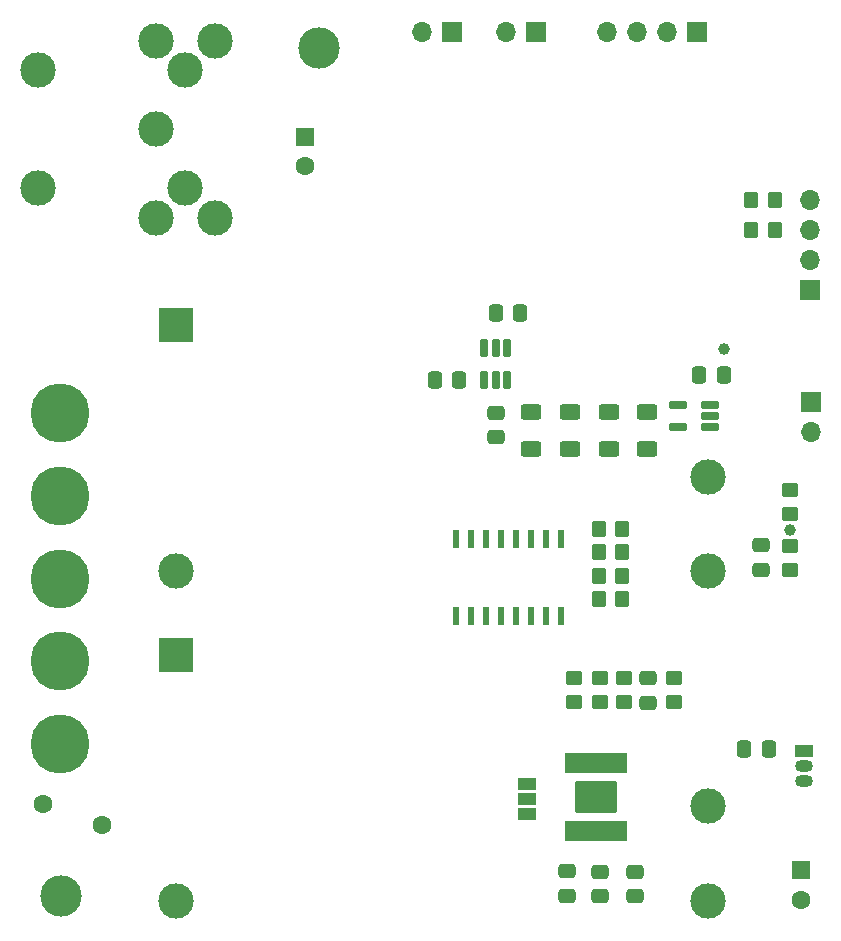
<source format=gbr>
%TF.GenerationSoftware,KiCad,Pcbnew,7.0.11-7.0.11~ubuntu22.04.1*%
%TF.CreationDate,2025-01-31T21:43:45-05:00*%
%TF.ProjectId,C64UltimatePSU,43363455-6c74-4696-9d61-74655053552e,rev?*%
%TF.SameCoordinates,Original*%
%TF.FileFunction,Soldermask,Bot*%
%TF.FilePolarity,Negative*%
%FSLAX46Y46*%
G04 Gerber Fmt 4.6, Leading zero omitted, Abs format (unit mm)*
G04 Created by KiCad (PCBNEW 7.0.11-7.0.11~ubuntu22.04.1) date 2025-01-31 21:43:45*
%MOMM*%
%LPD*%
G01*
G04 APERTURE LIST*
G04 Aperture macros list*
%AMRoundRect*
0 Rectangle with rounded corners*
0 $1 Rounding radius*
0 $2 $3 $4 $5 $6 $7 $8 $9 X,Y pos of 4 corners*
0 Add a 4 corners polygon primitive as box body*
4,1,4,$2,$3,$4,$5,$6,$7,$8,$9,$2,$3,0*
0 Add four circle primitives for the rounded corners*
1,1,$1+$1,$2,$3*
1,1,$1+$1,$4,$5*
1,1,$1+$1,$6,$7*
1,1,$1+$1,$8,$9*
0 Add four rect primitives between the rounded corners*
20,1,$1+$1,$2,$3,$4,$5,0*
20,1,$1+$1,$4,$5,$6,$7,0*
20,1,$1+$1,$6,$7,$8,$9,0*
20,1,$1+$1,$8,$9,$2,$3,0*%
G04 Aperture macros list end*
%ADD10RoundRect,0.137500X-0.137500X0.662500X-0.137500X-0.662500X0.137500X-0.662500X0.137500X0.662500X0*%
%ADD11R,1.600000X1.600000*%
%ADD12C,1.600000*%
%ADD13R,1.700000X1.700000*%
%ADD14O,1.700000X1.700000*%
%ADD15C,5.000000*%
%ADD16R,3.000000X3.000000*%
%ADD17C,3.000000*%
%ADD18C,3.500000*%
%ADD19R,1.500000X1.050000*%
%ADD20O,1.500000X1.050000*%
%ADD21RoundRect,0.250000X0.450000X-0.350000X0.450000X0.350000X-0.450000X0.350000X-0.450000X-0.350000X0*%
%ADD22RoundRect,0.250000X0.350000X0.450000X-0.350000X0.450000X-0.350000X-0.450000X0.350000X-0.450000X0*%
%ADD23RoundRect,0.250000X-0.475000X0.337500X-0.475000X-0.337500X0.475000X-0.337500X0.475000X0.337500X0*%
%ADD24RoundRect,0.250000X-0.450000X0.350000X-0.450000X-0.350000X0.450000X-0.350000X0.450000X0.350000X0*%
%ADD25RoundRect,0.250000X-0.337500X-0.475000X0.337500X-0.475000X0.337500X0.475000X-0.337500X0.475000X0*%
%ADD26RoundRect,0.250000X0.475000X-0.337500X0.475000X0.337500X-0.475000X0.337500X-0.475000X-0.337500X0*%
%ADD27RoundRect,0.162500X-0.162500X0.617500X-0.162500X-0.617500X0.162500X-0.617500X0.162500X0.617500X0*%
%ADD28RoundRect,0.250000X0.625000X-0.400000X0.625000X0.400000X-0.625000X0.400000X-0.625000X-0.400000X0*%
%ADD29RoundRect,0.076750X-0.230250X0.810250X-0.230250X-0.810250X0.230250X-0.810250X0.230250X0.810250X0*%
%ADD30RoundRect,0.102000X-1.700000X1.240000X-1.700000X-1.240000X1.700000X-1.240000X1.700000X1.240000X0*%
%ADD31RoundRect,0.250000X0.337500X0.475000X-0.337500X0.475000X-0.337500X-0.475000X0.337500X-0.475000X0*%
%ADD32RoundRect,0.162500X0.617500X0.162500X-0.617500X0.162500X-0.617500X-0.162500X0.617500X-0.162500X0*%
%ADD33R,1.500000X1.000000*%
%ADD34RoundRect,0.250000X-0.350000X-0.450000X0.350000X-0.450000X0.350000X0.450000X-0.350000X0.450000X0*%
%ADD35C,1.000000*%
G04 APERTURE END LIST*
D10*
%TO.C,IC5*%
X140385800Y-97155000D03*
X141655800Y-97155000D03*
X142925800Y-97155000D03*
X144195800Y-97155000D03*
X145465800Y-97155000D03*
X146735800Y-97155000D03*
X148005800Y-97155000D03*
X149275800Y-97155000D03*
X149275800Y-103655000D03*
X148005800Y-103655000D03*
X146735800Y-103655000D03*
X145465800Y-103655000D03*
X144195800Y-103655000D03*
X142925800Y-103655000D03*
X141655800Y-103655000D03*
X140385800Y-103655000D03*
%TD*%
D11*
%TO.C,C4*%
X169545000Y-125185800D03*
D12*
X169545000Y-127685800D03*
%TD*%
D13*
%TO.C,J4*%
X170307000Y-76022200D03*
D14*
X170307000Y-73482200D03*
X170307000Y-70942200D03*
X170307000Y-68402200D03*
%TD*%
D13*
%TO.C,J3*%
X170434000Y-85547200D03*
D14*
X170434000Y-88087200D03*
%TD*%
D15*
%TO.C,H6*%
X106880600Y-107479600D03*
%TD*%
D13*
%TO.C,J1*%
X160756600Y-54229000D03*
D14*
X158216600Y-54229000D03*
X155676600Y-54229000D03*
X153136600Y-54229000D03*
%TD*%
D16*
%TO.C,PS2*%
X116687600Y-79047400D03*
D17*
X116687600Y-99847400D03*
X161687600Y-99847400D03*
X161687600Y-91847400D03*
%TD*%
D18*
%TO.C,H2*%
X106908600Y-127355600D03*
%TD*%
D17*
%TO.C,J2*%
X114960400Y-69933200D03*
X104960400Y-67433200D03*
X104960400Y-57433200D03*
X114960400Y-62433200D03*
X114960400Y-54933200D03*
X117460400Y-67433200D03*
X117460400Y-57433200D03*
X119960400Y-69933200D03*
X119960400Y-54933200D03*
%TD*%
D15*
%TO.C,H4*%
X106880600Y-100479600D03*
%TD*%
D13*
%TO.C,J5*%
X140055600Y-54229000D03*
D14*
X137515600Y-54229000D03*
%TD*%
D15*
%TO.C,H3*%
X106880600Y-86479600D03*
%TD*%
D19*
%TO.C,IC6*%
X169875200Y-115062000D03*
D20*
X169875200Y-116332000D03*
X169875200Y-117602000D03*
%TD*%
D18*
%TO.C,H1*%
X128778000Y-55549800D03*
%TD*%
D13*
%TO.C,JP2*%
X147142200Y-54203600D03*
D14*
X144602200Y-54203600D03*
%TD*%
D11*
%TO.C,C16*%
X127609600Y-63082800D03*
D12*
X127609600Y-65582800D03*
%TD*%
%TO.C,RV1*%
X105380600Y-119579600D03*
X110380600Y-121379600D03*
%TD*%
D15*
%TO.C,H5*%
X106880600Y-93479600D03*
%TD*%
%TO.C,H7*%
X106880600Y-114479600D03*
%TD*%
D16*
%TO.C,PS1*%
X116696400Y-106962000D03*
D17*
X116696400Y-127762000D03*
X161696400Y-127762000D03*
X161696400Y-119762000D03*
%TD*%
D21*
%TO.C,R14*%
X154584400Y-110921800D03*
X154584400Y-108921800D03*
%TD*%
D22*
%TO.C,R17*%
X154450800Y-96240600D03*
X152450800Y-96240600D03*
%TD*%
D23*
%TO.C,C17*%
X152577800Y-125298200D03*
X152577800Y-127373200D03*
%TD*%
D24*
%TO.C,R4*%
X168656000Y-97720400D03*
X168656000Y-99720400D03*
%TD*%
D25*
%TO.C,C15*%
X138564800Y-83667600D03*
X140639800Y-83667600D03*
%TD*%
D26*
%TO.C,C1*%
X156591000Y-110998000D03*
X156591000Y-108923000D03*
%TD*%
D23*
%TO.C,C13*%
X149733000Y-125255200D03*
X149733000Y-127330200D03*
%TD*%
D22*
%TO.C,R1*%
X154457400Y-98196400D03*
X152457400Y-98196400D03*
%TD*%
D24*
%TO.C,R3*%
X168656000Y-92970600D03*
X168656000Y-94970600D03*
%TD*%
D27*
%TO.C,IC2*%
X142778400Y-80949800D03*
X143728400Y-80949800D03*
X144678400Y-80949800D03*
X144678400Y-83649800D03*
X143728400Y-83649800D03*
X142778400Y-83649800D03*
%TD*%
D22*
%TO.C,R5*%
X154457400Y-102184200D03*
X152457400Y-102184200D03*
%TD*%
%TO.C,R2*%
X154457400Y-100253800D03*
X152457400Y-100253800D03*
%TD*%
D28*
%TO.C,R9*%
X153290400Y-89485400D03*
X153290400Y-86385400D03*
%TD*%
D29*
%TO.C,IC4*%
X149936200Y-116129200D03*
X150586200Y-116129200D03*
X151236200Y-116129200D03*
X151886200Y-116129200D03*
X152536200Y-116129200D03*
X153186200Y-116129200D03*
X153836200Y-116129200D03*
X154486200Y-116129200D03*
X154486200Y-121869200D03*
X153836200Y-121869200D03*
X153186200Y-121869200D03*
X152536200Y-121869200D03*
X151886200Y-121869200D03*
X151236200Y-121869200D03*
X150586200Y-121869200D03*
X149936200Y-121869200D03*
D30*
X152211200Y-118999200D03*
%TD*%
D31*
%TO.C,C3*%
X145796000Y-77978000D03*
X143721000Y-77978000D03*
%TD*%
D28*
%TO.C,R8*%
X150000400Y-89485400D03*
X150000400Y-86385400D03*
%TD*%
D32*
%TO.C,IC3*%
X161874200Y-85775800D03*
X161874200Y-86725800D03*
X161874200Y-87675800D03*
X159174200Y-87675800D03*
X159174200Y-85775800D03*
%TD*%
D21*
%TO.C,R13*%
X158800800Y-110915200D03*
X158800800Y-108915200D03*
%TD*%
%TO.C,R12*%
X152527000Y-110915200D03*
X152527000Y-108915200D03*
%TD*%
D33*
%TO.C,JP1*%
X146380200Y-117826000D03*
X146380200Y-119126000D03*
X146380200Y-120426000D03*
%TD*%
D25*
%TO.C,C14*%
X160959800Y-83210400D03*
X163034800Y-83210400D03*
%TD*%
D23*
%TO.C,C7*%
X155549600Y-125302100D03*
X155549600Y-127377100D03*
%TD*%
D26*
%TO.C,C2*%
X143738600Y-88493600D03*
X143738600Y-86418600D03*
%TD*%
D28*
%TO.C,R7*%
X146710400Y-89485400D03*
X146710400Y-86385400D03*
%TD*%
%TO.C,R10*%
X156580400Y-89485400D03*
X156580400Y-86385400D03*
%TD*%
D25*
%TO.C,C6*%
X164773700Y-114909600D03*
X166848700Y-114909600D03*
%TD*%
D34*
%TO.C,R6*%
X165379400Y-68402200D03*
X167379400Y-68402200D03*
%TD*%
%TO.C,R15*%
X165379400Y-70967600D03*
X167379400Y-70967600D03*
%TD*%
D24*
%TO.C,R11*%
X150368000Y-108915200D03*
X150368000Y-110915200D03*
%TD*%
D26*
%TO.C,C5*%
X166192200Y-99745800D03*
X166192200Y-97670800D03*
%TD*%
D35*
%TO.C,V5ADC1*%
X168681400Y-96332800D03*
%TD*%
%TO.C,5VIADC1*%
X163042600Y-81051400D03*
%TD*%
M02*

</source>
